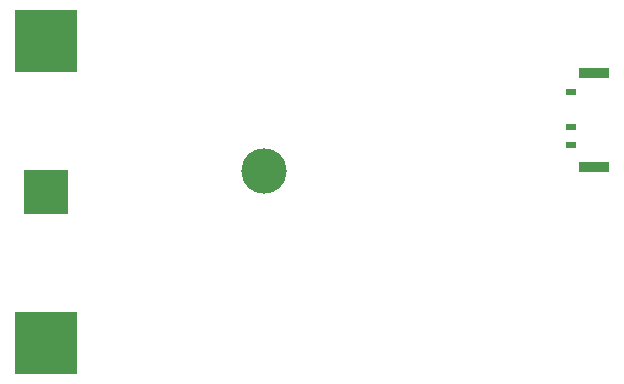
<source format=gbp>
G04 #@! TF.GenerationSoftware,KiCad,Pcbnew,6.0.0-rc1-unknown-5b3202d~66~ubuntu16.04.1*
G04 #@! TF.CreationDate,2018-12-07T08:51:36-07:00
G04 #@! TF.ProjectId,MakerCozumel,4d616b65-7243-46f7-9a75-6d656c2e6b69,rev?*
G04 #@! TF.SameCoordinates,Original*
G04 #@! TF.FileFunction,Paste,Bot*
G04 #@! TF.FilePolarity,Positive*
%FSLAX46Y46*%
G04 Gerber Fmt 4.6, Leading zero omitted, Abs format (unit mm)*
G04 Created by KiCad (PCBNEW 6.0.0-rc1-unknown-5b3202d~66~ubuntu16.04.1) date Fri 07 Dec 2018 08:51:36 AM MST*
%MOMM*%
%LPD*%
G04 APERTURE LIST*
%ADD10R,3.847600X3.847600*%
%ADD11R,5.347600X5.347600*%
%ADD12R,2.647600X0.847600*%
%ADD13R,0.847600X0.547600*%
%ADD14C,3.847600*%
G04 APERTURE END LIST*
D10*
G04 #@! TO.C,BT1*
X120015000Y-100177600D03*
D11*
X120015000Y-87377600D03*
X120015000Y-112977600D03*
G04 #@! TD*
D12*
G04 #@! TO.C,SW1*
X166340000Y-98020000D03*
D13*
X164440000Y-94670000D03*
X164440000Y-96170000D03*
X164440000Y-91670000D03*
D12*
X166340000Y-90070000D03*
G04 #@! TD*
D14*
G04 #@! TO.C,REF\002A\002A*
X138430000Y-98425000D03*
G04 #@! TD*
M02*

</source>
